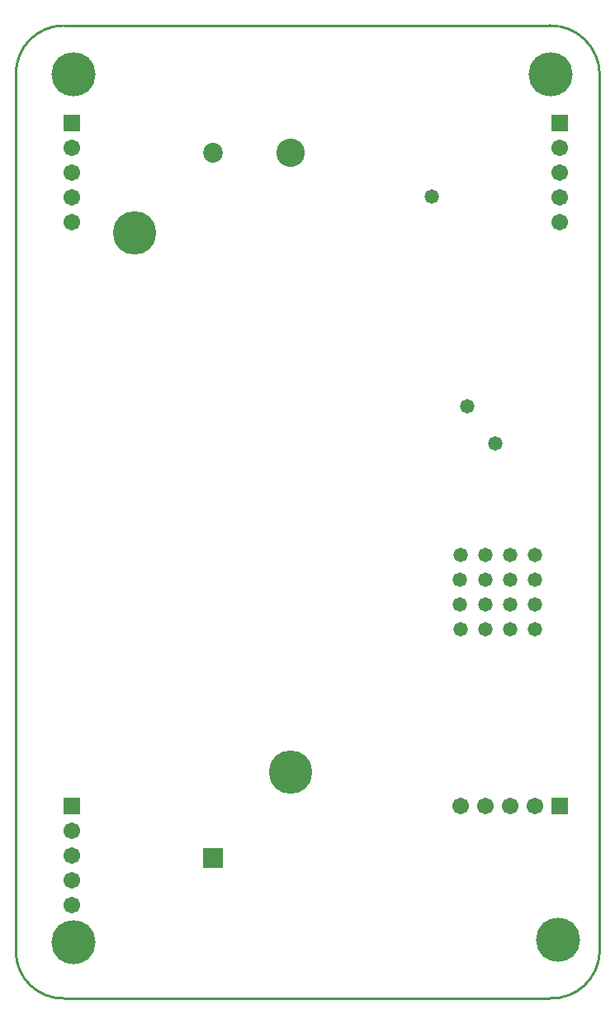
<source format=gbs>
G04*
G04 #@! TF.GenerationSoftware,Altium Limited,Altium Designer,22.6.1 (34)*
G04*
G04 Layer_Color=16711935*
%FSLAX25Y25*%
%MOIN*%
G70*
G04*
G04 #@! TF.SameCoordinates,F07FD183-076F-48D4-B815-8826F00F65DA*
G04*
G04*
G04 #@! TF.FilePolarity,Negative*
G04*
G01*
G75*
%ADD13C,0.01000*%
%ADD28R,0.06706X0.06706*%
%ADD29C,0.06706*%
%ADD31R,0.06706X0.06706*%
%ADD32C,0.17500*%
%ADD33C,0.11500*%
%ADD34R,0.07953X0.07953*%
%ADD35C,0.07953*%
%ADD36C,0.05800*%
%ADD43C,0.17800*%
D13*
X19685Y393701D02*
G03*
X500Y374016I250J-19435D01*
G01*
X236221D02*
G03*
X216035Y393701I-19935J-250D01*
G01*
Y1000D02*
G03*
X236221Y19685I750J19435D01*
G01*
X500D02*
G03*
X19685Y1000I18935J250D01*
G01*
X236221Y19685D02*
Y374016D01*
X19685Y1000D02*
X19685D01*
X216035D01*
X20000Y393701D02*
X216035D01*
X500Y19685D02*
Y374016D01*
D28*
X219961Y78728D02*
D03*
D29*
X209961D02*
D03*
X199961D02*
D03*
X189961D02*
D03*
X179961D02*
D03*
X23122Y38740D02*
D03*
Y48740D02*
D03*
Y58740D02*
D03*
Y68740D02*
D03*
X219972Y314331D02*
D03*
Y324331D02*
D03*
Y334331D02*
D03*
Y344331D02*
D03*
X23122Y314331D02*
D03*
Y324331D02*
D03*
Y334331D02*
D03*
Y344331D02*
D03*
D31*
Y78740D02*
D03*
X219972Y354331D02*
D03*
X23122D02*
D03*
D32*
X48500Y309850D02*
D03*
X111500Y92350D02*
D03*
D33*
X111500Y342250D02*
D03*
D34*
X80000Y57750D02*
D03*
D35*
Y342250D02*
D03*
D36*
X193937Y225000D02*
D03*
X182801Y240000D02*
D03*
X168398Y324626D02*
D03*
X190000Y180000D02*
D03*
X179961D02*
D03*
X179760Y170000D02*
D03*
X210000D02*
D03*
X209961Y180000D02*
D03*
X200000Y170000D02*
D03*
X199961Y180000D02*
D03*
X190000Y170000D02*
D03*
X200000Y150000D02*
D03*
X210000D02*
D03*
X209961Y160000D02*
D03*
X199961D02*
D03*
X180000Y150000D02*
D03*
X190000D02*
D03*
Y160000D02*
D03*
X179760D02*
D03*
D43*
X216535Y374016D02*
D03*
X219535Y24622D02*
D03*
X23622Y374016D02*
D03*
Y23622D02*
D03*
M02*

</source>
